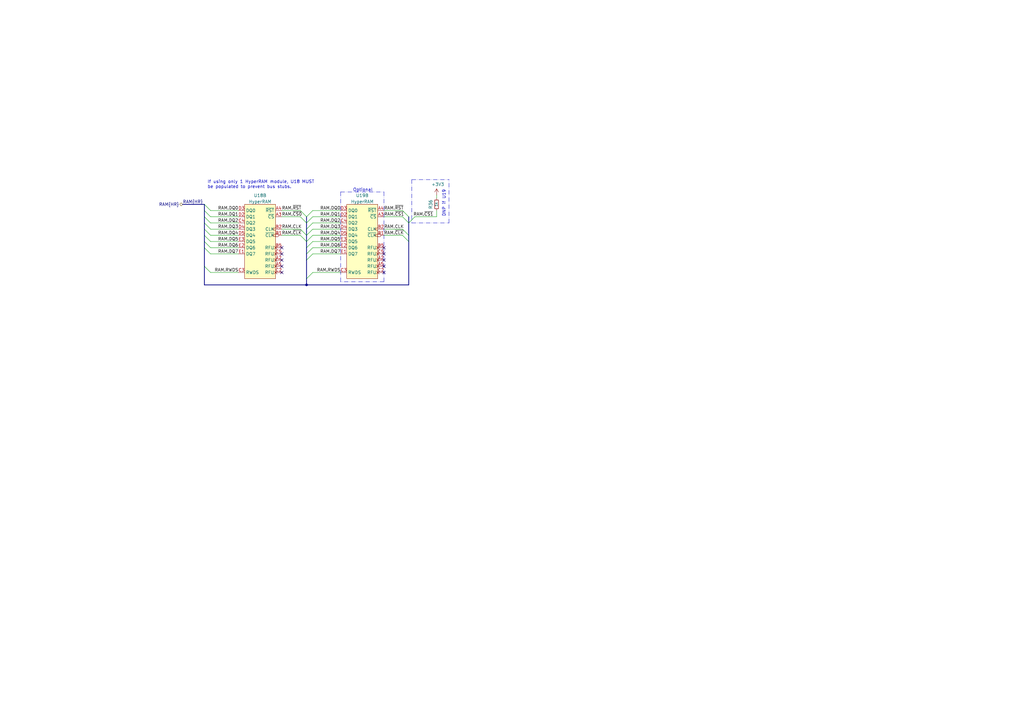
<source format=kicad_sch>
(kicad_sch (version 20230121) (generator eeschema)
  (paper "A3")
  (title_block (title "Squishy - Multitool - HyperRAM") (date "2022-03-20") (rev "2") (company "Shrine Maiden Heavy Industries") (comment 1 "License:  CERN-OHL-S") (comment 2 "© 2022 Aki 'lethalbit' Van Ness, et. al.") (comment 3 "Squishy HyperRAM cache") (comment 4 "Squishy - SCSI multitool and gateware library"))
  (lib_symbols
    (symbol "Device:R_Small" (pin_numbers hide) (pin_names (offset 0.254) hide)
      (property "Reference" "R" (at 0.762 0.508 0))
      (property "Value" "R_Small" (at 0.762 -1.016 0))
      (symbol "R_Small_0_1"
        (rectangle (start -0.762 1.778) (end 0.762 -1.778) (stroke (width 0.2032)))
      )
      (symbol "R_Small_1_1"
        (pin passive line (at 0 2.54 270) (length 0.762) (name "~") (number "1"))
        (pin passive line (at 0 -2.54 90) (length 0.762) (name "~") (number "2"))
      )
    )
    (symbol "lethalbit-memory:HyperRAM"
      (property "Reference" "U" (at 0 3.81 0))
      (property "Value" "HyperRAM" (at 0 2.54 0))
      (symbol "HyperRAM_1_1"
        (rectangle (start -6.35 1.27) (end 6.35 -7.62) (stroke (width 0.1524)) (fill (type background)))
        (pin power_in line (at -8.89 -5.08 0) (length 2.54) (name "GND") (number "B3"))
        (pin power_in line (at -8.89 -1.27 0) (length 2.54) (name "VCC") (number "B4"))
        (pin power_in line (at 8.89 -5.08 180) (length 2.54) (name "GNDQ") (number "C1"))
        (pin power_in line (at 8.89 -1.27 180) (length 2.54) (name "VCCQ") (number "D1"))
        (pin power_in line (at 8.89 -1.27 180) (length 2.54) hide (name "VCCQ") (number "E4"))
        (pin power_in line (at 8.89 -5.08 180) (length 2.54) hide (name "GNDQ") (number "E5"))
      )
      (symbol "HyperRAM_2_1"
        (rectangle (start -6.35 1.27) (end 6.35 -29.21) (stroke (width 0.1524)) (fill (type background)))
        (pin no_connect non_logic (at 8.89 -21.59 180) (length 2.54) (name "RFU") (number "A2"))
        (pin input line (at 8.89 -3.81 180) (length 2.54) (name "~{CS}") (number "A3"))
        (pin input line (at 8.89 -1.27 180) (length 2.54) (name "~{RST}") (number "A4"))
        (pin no_connect non_logic (at 8.89 -24.13 180) (length 2.54) (name "RFU") (number "A5"))
        (pin input inverted_clock (at 8.89 -11.43 180) (length 2.54) (name "~{CLK}") (number "B1"))
        (pin input clock (at 8.89 -8.89 180) (length 2.54) (name "CLK") (number "B2"))
        (pin no_connect non_logic (at 8.89 -16.51 180) (length 2.54) (name "RFU") (number "B5"))
        (pin no_connect non_logic (at 8.89 -26.67 180) (length 2.54) (name "RFU") (number "C2"))
        (pin passive line (at -8.89 -26.67 0) (length 2.54) (name "RWDS") (number "C3"))
        (pin bidirectional line (at -8.89 -6.35 0) (length 2.54) (name "DQ2") (number "C4"))
        (pin no_connect non_logic (at 8.89 -19.05 180) (length 2.54) (name "RFU") (number "C5"))
        (pin bidirectional line (at -8.89 -3.81 0) (length 2.54) (name "DQ1") (number "D2"))
        (pin bidirectional line (at -8.89 -1.27 0) (length 2.54) (name "DQ0") (number "D3"))
        (pin bidirectional line (at -8.89 -8.89 0) (length 2.54) (name "DQ3") (number "D4"))
        (pin bidirectional line (at -8.89 -11.43 0) (length 2.54) (name "DQ4") (number "D5"))
        (pin bidirectional line (at -8.89 -19.05 0) (length 2.54) (name "DQ7") (number "E1"))
        (pin bidirectional line (at -8.89 -16.51 0) (length 2.54) (name "DQ6") (number "E2"))
        (pin bidirectional line (at -8.89 -13.97 0) (length 2.54) (name "DQ5") (number "E3"))
      )
    )
    (symbol "power:+3V3" (power) (pin_names (offset 0))
      (property "Value" "+3V3" (at 0 3.556 0))
      (symbol "+3V3_0_1"
        (polyline (pts (xy -0.762 1.27) (xy 0 2.54)))
        (polyline (pts (xy 0 0) (xy 0 2.54)))
        (polyline (pts (xy 0 2.54) (xy 0.762 1.27)))
      )
      (symbol "+3V3_1_1"
        (pin power_in line (at 0 0 90) (length 0) hide (name "+3V3") (number "1"))
      )
    )
  )
  (junction (at 125.73 116.84))
  (no_connect (at 157.48 111.76))
  (no_connect (at 157.48 106.68))
  (no_connect (at 157.48 104.14))
  (no_connect (at 115.57 101.6))
  (no_connect (at 115.57 106.68))
  (no_connect (at 115.57 104.14))
  (no_connect (at 115.57 109.22))
  (no_connect (at 157.48 101.6))
  (no_connect (at 157.48 109.22))
  (no_connect (at 115.57 111.76))
  (bus_entry (at 125.73 88.9) (size -2.54 -2.54))
  (bus_entry (at 125.73 96.52) (size 2.54 -2.54))
  (bus_entry (at 83.82 96.52) (size 2.54 2.54))
  (bus_entry (at 125.73 101.6) (size 2.54 -2.54))
  (bus_entry (at 125.73 114.3) (size 2.54 -2.54))
  (bus_entry (at 83.82 86.36) (size 2.54 2.54))
  (bus_entry (at 83.82 99.06) (size 2.54 2.54))
  (bus_entry (at 83.82 109.22) (size 2.54 2.54))
  (bus_entry (at 83.82 93.98) (size 2.54 2.54))
  (bus_entry (at 83.82 91.44) (size 2.54 2.54))
  (bus_entry (at 83.82 83.82) (size 2.54 2.54))
  (bus_entry (at 125.73 91.44) (size 2.54 -2.54))
  (bus_entry (at 167.64 88.9) (size -2.54 -2.54))
  (bus_entry (at 167.64 91.44) (size -2.54 -2.54))
  (bus_entry (at 125.73 93.98) (size 2.54 -2.54))
  (bus_entry (at 125.73 106.68) (size 2.54 -2.54))
  (bus_entry (at 125.73 99.06) (size -2.54 -2.54))
  (bus_entry (at 167.64 96.52) (size -2.54 -2.54))
  (bus_entry (at 125.73 88.9) (size 2.54 -2.54))
  (bus_entry (at 83.82 101.6) (size 2.54 2.54))
  (bus_entry (at 125.73 104.14) (size 2.54 -2.54))
  (bus_entry (at 167.64 91.44) (size 2.54 -2.54))
  (bus_entry (at 125.73 99.06) (size 2.54 -2.54))
  (bus_entry (at 125.73 91.44) (size -2.54 -2.54))
  (bus_entry (at 167.64 99.06) (size -2.54 -2.54))
  (bus_entry (at 125.73 96.52) (size -2.54 -2.54))
  (bus_entry (at 83.82 88.9) (size 2.54 2.54))
  (polyline (pts (xy 184.15 91.44) (xy 184.15 73.66)) (stroke (width 0) (type dash_dot)))
  (bus (pts (xy 125.73 93.98) (xy 125.73 96.52)))
  (bus (pts (xy 83.82 91.44) (xy 83.82 88.9)))
  (wire (pts (xy 115.57 96.52) (xy 123.19 96.52)))
  (bus (pts (xy 125.73 114.3) (xy 125.73 116.84)))
  (wire (pts (xy 115.57 88.9) (xy 123.19 88.9)))
  (wire (pts (xy 86.36 86.36) (xy 97.79 86.36)))
  (wire (pts (xy 128.27 111.76) (xy 139.7 111.76)))
  (bus (pts (xy 83.82 116.84) (xy 125.73 116.84)))
  (bus (pts (xy 83.82 86.36) (xy 83.82 83.82)))
  (wire (pts (xy 128.27 101.6) (xy 139.7 101.6)))
  (bus (pts (xy 167.64 96.52) (xy 167.64 99.06)))
  (wire (pts (xy 179.07 86.36) (xy 179.07 88.9)))
  (bus (pts (xy 125.73 99.06) (xy 125.73 101.6)))
  (wire (pts (xy 128.27 86.36) (xy 139.7 86.36)))
  (bus (pts (xy 74.93 83.82) (xy 83.82 83.82)))
  (bus (pts (xy 167.64 88.9) (xy 167.64 91.44)))
  (bus (pts (xy 125.73 116.84) (xy 167.64 116.84)))
  (wire (pts (xy 179.07 80.01) (xy 179.07 81.28)))
  (polyline (pts (xy 157.48 78.74) (xy 157.48 115.57)) (stroke (width 0) (type dash_dot)))
  (bus (pts (xy 125.73 91.44) (xy 125.73 93.98)))
  (wire (pts (xy 128.27 91.44) (xy 139.7 91.44)))
  (wire (pts (xy 157.48 86.36) (xy 165.1 86.36)))
  (polyline (pts (xy 168.91 73.66) (xy 184.15 73.66)) (stroke (width 0) (type dash_dot)))
  (bus (pts (xy 83.82 101.6) (xy 83.82 99.06)))
  (polyline (pts (xy 168.91 91.44) (xy 184.15 91.44)) (stroke (width 0) (type dash_dot)))
  (wire (pts (xy 157.48 96.52) (xy 165.1 96.52)))
  (bus (pts (xy 125.73 101.6) (xy 125.73 104.14)))
  (bus (pts (xy 167.64 99.06) (xy 167.64 116.84)))
  (bus (pts (xy 125.73 106.68) (xy 125.73 114.3)))
  (wire (pts (xy 170.18 88.9) (xy 179.07 88.9)))
  (wire (pts (xy 115.57 86.36) (xy 123.19 86.36)))
  (wire (pts (xy 86.36 99.06) (xy 97.79 99.06)))
  (wire (pts (xy 86.36 93.98) (xy 97.79 93.98)))
  (polyline (pts (xy 139.7 78.74) (xy 139.7 115.57)) (stroke (width 0) (type dash_dot)))
  (wire (pts (xy 128.27 93.98) (xy 139.7 93.98)))
  (wire (pts (xy 86.36 88.9) (xy 97.79 88.9)))
  (bus (pts (xy 83.82 96.52) (xy 83.82 93.98)))
  (wire (pts (xy 86.36 104.14) (xy 97.79 104.14)))
  (bus (pts (xy 83.82 93.98) (xy 83.82 91.44)))
  (bus (pts (xy 83.82 88.9) (xy 83.82 86.36)))
  (wire (pts (xy 157.48 88.9) (xy 165.1 88.9)))
  (polyline (pts (xy 157.48 115.57) (xy 139.7 115.57)) (stroke (width 0) (type dash_dot)))
  (wire (pts (xy 86.36 91.44) (xy 97.79 91.44)))
  (bus (pts (xy 125.73 104.14) (xy 125.73 106.68)))
  (polyline (pts (xy 139.7 78.74) (xy 157.48 78.74)) (stroke (width 0) (type dash_dot)))
  (wire (pts (xy 128.27 104.14) (xy 139.7 104.14)))
  (wire (pts (xy 86.36 111.76) (xy 97.79 111.76)))
  (wire (pts (xy 128.27 96.52) (xy 139.7 96.52)))
  (wire (pts (xy 86.36 101.6) (xy 97.79 101.6)))
  (bus (pts (xy 167.64 91.44) (xy 167.64 96.52)))
  (wire (pts (xy 128.27 99.06) (xy 139.7 99.06)))
  (bus (pts (xy 125.73 88.9) (xy 125.73 91.44)))
  (wire (pts (xy 86.36 96.52) (xy 97.79 96.52)))
  (bus (pts (xy 83.82 99.06) (xy 83.82 96.52)))
  (polyline (pts (xy 168.91 73.66) (xy 168.91 91.44)) (stroke (width 0) (type dash_dot)))
  (wire (pts (xy 115.57 93.98) (xy 123.19 93.98)))
  (wire (pts (xy 157.48 93.98) (xy 165.1 93.98)))
  (wire (pts (xy 128.27 88.9) (xy 139.7 88.9)))
  (bus (pts (xy 83.82 116.84) (xy 83.82 109.22)))
  (bus (pts (xy 83.82 109.22) (xy 83.82 101.6)))
  (bus (pts (xy 125.73 96.52) (xy 125.73 99.06)))
  (text "Optional" (at 144.78 78.74 0) (effects (font (size 1.27 1.27)) (justify left bottom)))
  (text "If using only 1 HyperRAM module, U18 MUST\nbe populated to prevent bus stubs." (at 85.09 77.47 0) (effects (font (size 1.27 1.27)) (justify left bottom)))
  (text "DNP if U19" (at 182.88 88.9 90) (effects (font (size 1.27 1.27)) (justify left bottom)))
  (label "RAM.DQ4" (at 139.7 96.52 180))
  (label "RAM.DQ5" (at 97.79 99.06 180))
  (label "RAM.DQ0" (at 97.79 86.36 180))
  (label "RAM.~{RST}" (at 115.57 86.36 0))
  (label "RAM.DQ6" (at 139.7 101.6 180))
  (label "RAM.DQ3" (at 97.79 93.98 180))
  (label "RAM.~{CS1}" (at 157.48 88.9 0))
  (label "RAM.DQ2" (at 139.7 91.44 180))
  (label "RAM.DQ5" (at 139.7 99.06 180))
  (label "RAM.~{RST}" (at 157.48 86.36 0))
  (label "RAM.~{CS0}" (at 115.57 88.9 0))
  (label "RAM.DQ7" (at 97.79 104.14 180))
  (label "RAM.DQ0" (at 139.7 86.36 180))
  (label "RAM.~{CS1}" (at 177.8 88.9 180))
  (label "RAM.~{CLK}" (at 157.48 96.52 0))
  (label "RAM.DQ1" (at 97.79 88.9 180))
  (label "RAM.CLK" (at 115.57 93.98 0))
  (label "RAM.CLK" (at 157.48 93.98 0))
  (label "RAM.~{CLK}" (at 115.57 96.52 0))
  (label "RAM.DQ7" (at 139.7 104.14 180))
  (label "RAM.RWDS" (at 97.79 111.76 180))
  (label "RAM.DQ3" (at 139.7 93.98 180))
  (label "RAM.RWDS" (at 139.7 111.76 180))
  (label "RAM.DQ2" (at 97.79 91.44 180))
  (label "RAM.DQ4" (at 97.79 96.52 180))
  (label "RAM.DQ1" (at 139.7 88.9 180))
  (label "RAM{HR}" (at 74.93 83.82 0))
  (label "RAM.DQ6" (at 97.79 101.6 180))
  (hierarchical_label "RAM{HR}" (shape bidirectional) (at 74.93 83.82 180))
  (symbol (lib_id "Device:R_Small") (at 179.07 83.82 0) (unit 1)
    (property "Reference" "R36" (at 176.6316 83.82 90))
    (property "Value" "1k" (at 178.943 83.82 90) (effects (font (size 1 1))))
    (property "Footprint" "Resistor_SMD:R_0603_1608Metric" (effects hide))
  )
  (symbol (lib_id "lethalbit-memory:HyperRAM") (at 148.59 85.09 0) (unit 2)
    (property "Reference" "U19" (at 148.59 80.171 0))
    (property "Value" "HyperRAM" (at 148.59 82.7079 0))
    (property "Footprint" "lethalbit-memory:TFBGA-24-6x8mm-1.0mm" (effects hide))
    (property "Datasheet" "https://www.winbond.com/resource-files/W956x8MBYA_64Mb_HyperBus_pSRAM_TFBGA24_datasheet_A01-003_20200724.pdf" (effects hide))
    (property "MFR" "Winbond" (effects hide))
    (property "MPN" "W956A8MBYA5I" (effects hide))
    (property "MPN_ALT" "W956A8MBYA6I" (effects hide))
  )
  (symbol (lib_id "power:+3V3") (at 179.07 80.01 0) (unit 1)
    (property "Reference" "#PWR05" (effects hide))
    (property "Value" "+3V3" (at 176.911 75.6158 0) (effects (justify left)))
  )
  (symbol (lib_id "lethalbit-memory:HyperRAM") (at 106.68 85.09 0) (unit 2)
    (property "Reference" "U18" (at 106.68 80.171 0))
    (property "Value" "HyperRAM" (at 106.68 82.7079 0))
    (property "Footprint" "lethalbit-memory:TFBGA-24-6x8mm-1.0mm" (effects hide))
    (property "Datasheet" "https://www.winbond.com/resource-files/W956x8MBYA_64Mb_HyperBus_pSRAM_TFBGA24_datasheet_A01-003_20200724.pdf" (effects hide))
    (property "MFR" "Winbond" (effects hide))
    (property "MPN" "W956A8MBYA5I" (effects hide))
    (property "MPN_ALT" "W956A8MBYA6I" (effects hide))
  )
)
</source>
